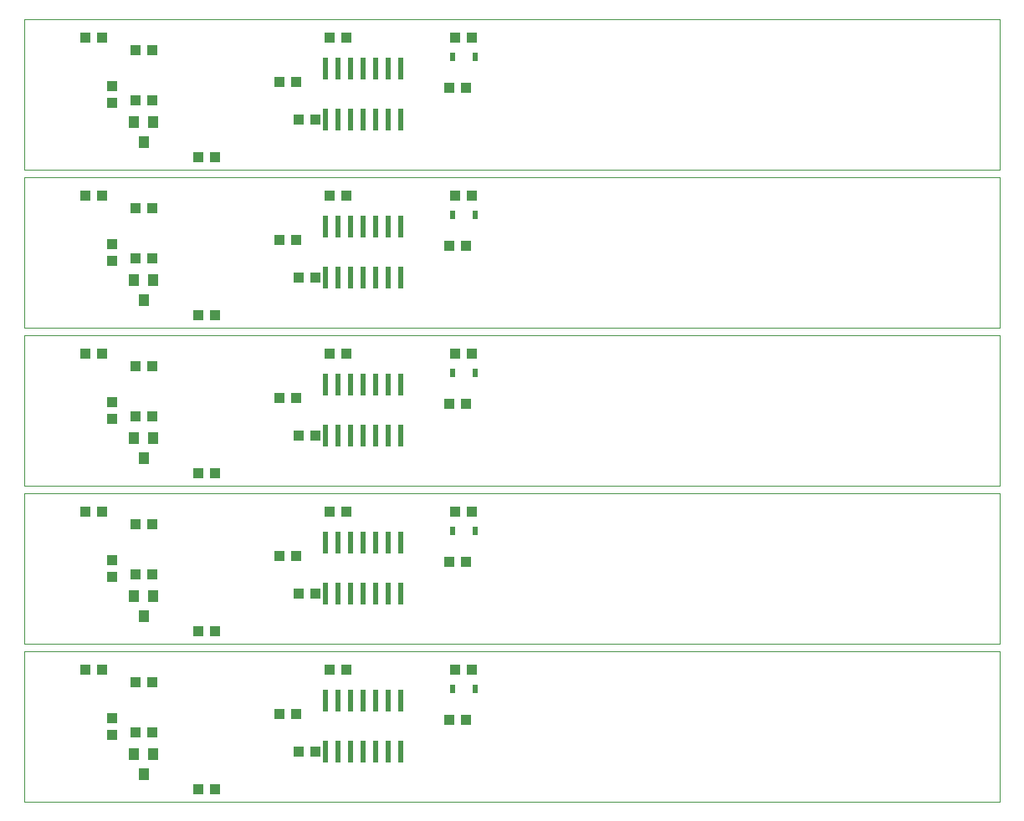
<source format=gtp>
G75*
G70*
%OFA0B0*%
%FSLAX24Y24*%
%IPPOS*%
%LPD*%
%AMOC8*
5,1,8,0,0,1.08239X$1,22.5*
%
%ADD10C,0.0000*%
%ADD11R,0.0240X0.0870*%
%ADD12R,0.0400X0.0450*%
%ADD13R,0.0433X0.0394*%
%ADD14R,0.0394X0.0433*%
%ADD15R,0.0248X0.0327*%
D10*
X000151Y000302D02*
X000151Y006298D01*
X039021Y006298D01*
X039021Y000302D01*
X000151Y000302D01*
X000151Y006602D02*
X000151Y012598D01*
X039021Y012598D01*
X039021Y006602D01*
X000151Y006602D01*
X000151Y012901D02*
X000151Y018897D01*
X039021Y018897D01*
X039021Y012901D01*
X000151Y012901D01*
X000151Y019200D02*
X000151Y025196D01*
X039021Y025196D01*
X039021Y019200D01*
X000151Y019200D01*
X000151Y025499D02*
X000151Y031495D01*
X039021Y031495D01*
X039021Y025499D01*
X000151Y025499D01*
D11*
X012151Y027474D03*
X012651Y027474D03*
X013151Y027474D03*
X013651Y027474D03*
X014151Y027474D03*
X014651Y027474D03*
X015151Y027474D03*
X015151Y029524D03*
X014651Y029524D03*
X014151Y029524D03*
X013651Y029524D03*
X013151Y029524D03*
X012651Y029524D03*
X012151Y029524D03*
X012151Y023225D03*
X012651Y023225D03*
X013151Y023225D03*
X013651Y023225D03*
X014151Y023225D03*
X014651Y023225D03*
X015151Y023225D03*
X015151Y021175D03*
X014651Y021175D03*
X014151Y021175D03*
X013651Y021175D03*
X013151Y021175D03*
X012651Y021175D03*
X012151Y021175D03*
X012151Y016926D03*
X012651Y016926D03*
X013151Y016926D03*
X013651Y016926D03*
X014151Y016926D03*
X014651Y016926D03*
X015151Y016926D03*
X015151Y014876D03*
X014651Y014876D03*
X014151Y014876D03*
X013651Y014876D03*
X013151Y014876D03*
X012651Y014876D03*
X012151Y014876D03*
X012151Y010627D03*
X012651Y010627D03*
X013151Y010627D03*
X013651Y010627D03*
X014151Y010627D03*
X014651Y010627D03*
X015151Y010627D03*
X015151Y008577D03*
X014651Y008577D03*
X014151Y008577D03*
X013651Y008577D03*
X013151Y008577D03*
X012651Y008577D03*
X012151Y008577D03*
X012151Y004327D03*
X012651Y004327D03*
X013151Y004327D03*
X013651Y004327D03*
X014151Y004327D03*
X014651Y004327D03*
X015151Y004327D03*
X015151Y002277D03*
X014651Y002277D03*
X014151Y002277D03*
X013651Y002277D03*
X013151Y002277D03*
X012651Y002277D03*
X012151Y002277D03*
D12*
X005275Y002202D03*
X004527Y002202D03*
X004901Y001402D03*
X004901Y007702D03*
X004527Y008502D03*
X005275Y008502D03*
X004901Y014001D03*
X004527Y014801D03*
X005275Y014801D03*
X004901Y020300D03*
X004527Y021100D03*
X005275Y021100D03*
X004901Y026599D03*
X004527Y027399D03*
X005275Y027399D03*
D13*
X005236Y028249D03*
X004567Y028249D03*
X004567Y030249D03*
X005236Y030249D03*
X003236Y030749D03*
X002567Y030749D03*
X007067Y025999D03*
X007736Y025999D03*
X005236Y023950D03*
X004567Y023950D03*
X003236Y024450D03*
X002567Y024450D03*
X004567Y021950D03*
X005236Y021950D03*
X007067Y019700D03*
X007736Y019700D03*
X005236Y017651D03*
X004567Y017651D03*
X003236Y018151D03*
X002567Y018151D03*
X004567Y015651D03*
X005236Y015651D03*
X007067Y013401D03*
X007736Y013401D03*
X005236Y011352D03*
X004567Y011352D03*
X003236Y011852D03*
X002567Y011852D03*
X004567Y009352D03*
X005236Y009352D03*
X007067Y007102D03*
X007736Y007102D03*
X005236Y005052D03*
X004567Y005052D03*
X003236Y005552D03*
X002567Y005552D03*
X004567Y003052D03*
X005236Y003052D03*
X007067Y000802D03*
X007736Y000802D03*
X011067Y002302D03*
X011736Y002302D03*
X010986Y003802D03*
X010317Y003802D03*
X012317Y005552D03*
X012986Y005552D03*
X011736Y008602D03*
X011067Y008602D03*
X010986Y010102D03*
X010317Y010102D03*
X012317Y011852D03*
X012986Y011852D03*
X011736Y014901D03*
X011067Y014901D03*
X010986Y016401D03*
X010317Y016401D03*
X012317Y018151D03*
X012986Y018151D03*
X011736Y021200D03*
X011067Y021200D03*
X010986Y022700D03*
X010317Y022700D03*
X012317Y024450D03*
X012986Y024450D03*
X011736Y027499D03*
X011067Y027499D03*
X010986Y028999D03*
X010317Y028999D03*
X012317Y030749D03*
X012986Y030749D03*
X017067Y028749D03*
X017736Y028749D03*
X017986Y030749D03*
X017317Y030749D03*
X017317Y024450D03*
X017986Y024450D03*
X017736Y022450D03*
X017067Y022450D03*
X017317Y018151D03*
X017986Y018151D03*
X017736Y016151D03*
X017067Y016151D03*
X017317Y011852D03*
X017986Y011852D03*
X017736Y009852D03*
X017067Y009852D03*
X017317Y005552D03*
X017986Y005552D03*
X017736Y003552D03*
X017067Y003552D03*
D14*
X003651Y003637D03*
X003651Y002968D03*
X003651Y009267D03*
X003651Y009936D03*
X003651Y015566D03*
X003651Y016235D03*
X003651Y021865D03*
X003651Y022535D03*
X003651Y028165D03*
X003651Y028834D03*
D15*
X017198Y029999D03*
X018104Y029999D03*
X018104Y023700D03*
X017198Y023700D03*
X017198Y017401D03*
X018104Y017401D03*
X018104Y011102D03*
X017198Y011102D03*
X017198Y004802D03*
X018104Y004802D03*
M02*

</source>
